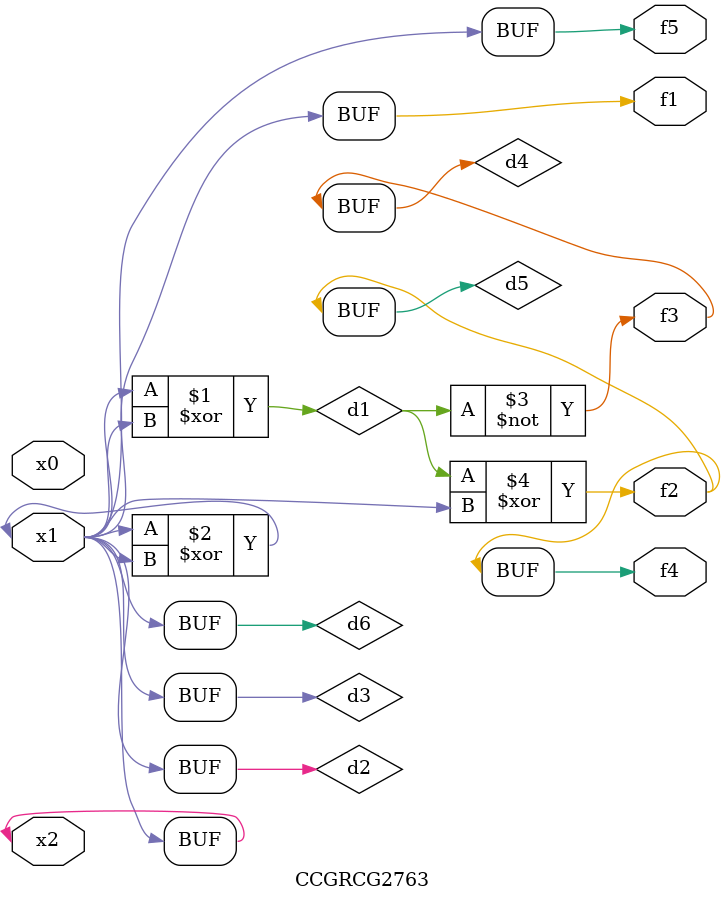
<source format=v>
module CCGRCG2763(
	input x0, x1, x2,
	output f1, f2, f3, f4, f5
);

	wire d1, d2, d3, d4, d5, d6;

	xor (d1, x1, x2);
	buf (d2, x1, x2);
	xor (d3, x1, x2);
	nor (d4, d1);
	xor (d5, d1, d2);
	buf (d6, d2, d3);
	assign f1 = d6;
	assign f2 = d5;
	assign f3 = d4;
	assign f4 = d5;
	assign f5 = d6;
endmodule

</source>
